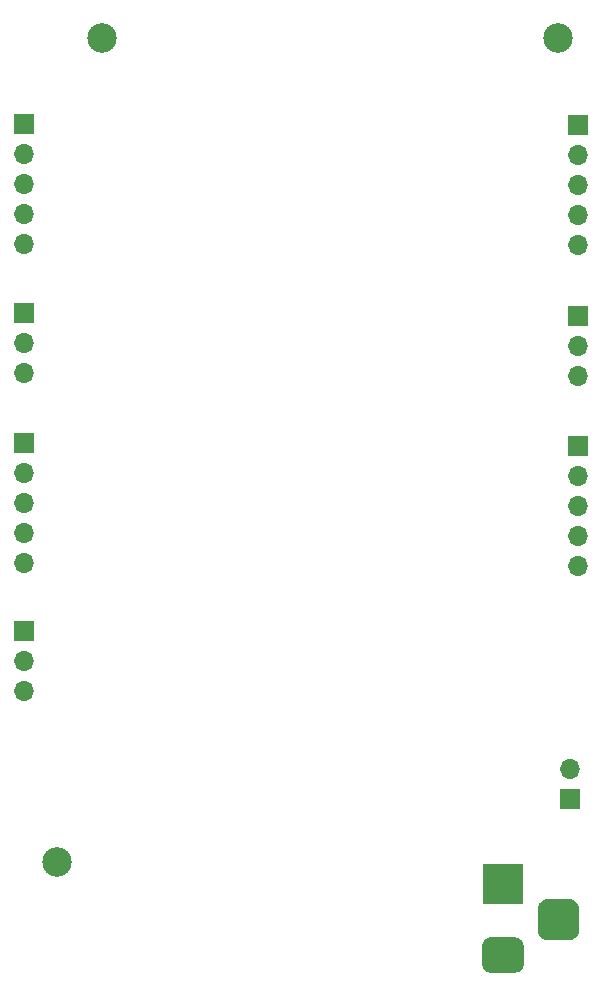
<source format=gbr>
G04 #@! TF.GenerationSoftware,KiCad,Pcbnew,5.1.5+dfsg1-2build2*
G04 #@! TF.CreationDate,2021-12-20T11:22:31-05:00*
G04 #@! TF.ProjectId,pro_SE_DCM,70726f5f-5345-45f4-9443-4d2e6b696361,rev?*
G04 #@! TF.SameCoordinates,Original*
G04 #@! TF.FileFunction,Soldermask,Bot*
G04 #@! TF.FilePolarity,Negative*
%FSLAX46Y46*%
G04 Gerber Fmt 4.6, Leading zero omitted, Abs format (unit mm)*
G04 Created by KiCad (PCBNEW 5.1.5+dfsg1-2build2) date 2021-12-20 11:22:31*
%MOMM*%
%LPD*%
G04 APERTURE LIST*
%ADD10C,2.500000*%
%ADD11R,1.700000X1.700000*%
%ADD12O,1.700000X1.700000*%
%ADD13R,3.500000X3.500000*%
%ADD14C,0.100000*%
G04 APERTURE END LIST*
D10*
X84709000Y-80899000D03*
X80899000Y-150622000D03*
X123317000Y-80899000D03*
D11*
X124333000Y-145288000D03*
D12*
X124333000Y-142748000D03*
D11*
X78105000Y-115189000D03*
D12*
X78105000Y-117729000D03*
X78105000Y-120269000D03*
X78105000Y-122809000D03*
X78105000Y-125349000D03*
X124968000Y-98425000D03*
X124968000Y-95885000D03*
X124968000Y-93345000D03*
X124968000Y-90805000D03*
D11*
X124968000Y-88265000D03*
D12*
X78105000Y-98298000D03*
X78105000Y-95758000D03*
X78105000Y-93218000D03*
X78105000Y-90678000D03*
D11*
X78105000Y-88138000D03*
D12*
X124968000Y-125603000D03*
X124968000Y-123063000D03*
X124968000Y-120523000D03*
X124968000Y-117983000D03*
D11*
X124968000Y-115443000D03*
D12*
X78105000Y-136144000D03*
X78105000Y-133604000D03*
D11*
X78105000Y-131064000D03*
D12*
X124968000Y-109474000D03*
X124968000Y-106934000D03*
D11*
X124968000Y-104394000D03*
D13*
X118618000Y-152527000D03*
D14*
G36*
X119691513Y-157030611D02*
G01*
X119764318Y-157041411D01*
X119835714Y-157059295D01*
X119905013Y-157084090D01*
X119971548Y-157115559D01*
X120034678Y-157153398D01*
X120093795Y-157197242D01*
X120148330Y-157246670D01*
X120197758Y-157301205D01*
X120241602Y-157360322D01*
X120279441Y-157423452D01*
X120310910Y-157489987D01*
X120335705Y-157559286D01*
X120353589Y-157630682D01*
X120364389Y-157703487D01*
X120368000Y-157777000D01*
X120368000Y-159277000D01*
X120364389Y-159350513D01*
X120353589Y-159423318D01*
X120335705Y-159494714D01*
X120310910Y-159564013D01*
X120279441Y-159630548D01*
X120241602Y-159693678D01*
X120197758Y-159752795D01*
X120148330Y-159807330D01*
X120093795Y-159856758D01*
X120034678Y-159900602D01*
X119971548Y-159938441D01*
X119905013Y-159969910D01*
X119835714Y-159994705D01*
X119764318Y-160012589D01*
X119691513Y-160023389D01*
X119618000Y-160027000D01*
X117618000Y-160027000D01*
X117544487Y-160023389D01*
X117471682Y-160012589D01*
X117400286Y-159994705D01*
X117330987Y-159969910D01*
X117264452Y-159938441D01*
X117201322Y-159900602D01*
X117142205Y-159856758D01*
X117087670Y-159807330D01*
X117038242Y-159752795D01*
X116994398Y-159693678D01*
X116956559Y-159630548D01*
X116925090Y-159564013D01*
X116900295Y-159494714D01*
X116882411Y-159423318D01*
X116871611Y-159350513D01*
X116868000Y-159277000D01*
X116868000Y-157777000D01*
X116871611Y-157703487D01*
X116882411Y-157630682D01*
X116900295Y-157559286D01*
X116925090Y-157489987D01*
X116956559Y-157423452D01*
X116994398Y-157360322D01*
X117038242Y-157301205D01*
X117087670Y-157246670D01*
X117142205Y-157197242D01*
X117201322Y-157153398D01*
X117264452Y-157115559D01*
X117330987Y-157084090D01*
X117400286Y-157059295D01*
X117471682Y-157041411D01*
X117544487Y-157030611D01*
X117618000Y-157027000D01*
X119618000Y-157027000D01*
X119691513Y-157030611D01*
G37*
G36*
X124278765Y-153781213D02*
G01*
X124363704Y-153793813D01*
X124446999Y-153814677D01*
X124527848Y-153843605D01*
X124605472Y-153880319D01*
X124679124Y-153924464D01*
X124748094Y-153975616D01*
X124811718Y-154033282D01*
X124869384Y-154096906D01*
X124920536Y-154165876D01*
X124964681Y-154239528D01*
X125001395Y-154317152D01*
X125030323Y-154398001D01*
X125051187Y-154481296D01*
X125063787Y-154566235D01*
X125068000Y-154652000D01*
X125068000Y-156402000D01*
X125063787Y-156487765D01*
X125051187Y-156572704D01*
X125030323Y-156655999D01*
X125001395Y-156736848D01*
X124964681Y-156814472D01*
X124920536Y-156888124D01*
X124869384Y-156957094D01*
X124811718Y-157020718D01*
X124748094Y-157078384D01*
X124679124Y-157129536D01*
X124605472Y-157173681D01*
X124527848Y-157210395D01*
X124446999Y-157239323D01*
X124363704Y-157260187D01*
X124278765Y-157272787D01*
X124193000Y-157277000D01*
X122443000Y-157277000D01*
X122357235Y-157272787D01*
X122272296Y-157260187D01*
X122189001Y-157239323D01*
X122108152Y-157210395D01*
X122030528Y-157173681D01*
X121956876Y-157129536D01*
X121887906Y-157078384D01*
X121824282Y-157020718D01*
X121766616Y-156957094D01*
X121715464Y-156888124D01*
X121671319Y-156814472D01*
X121634605Y-156736848D01*
X121605677Y-156655999D01*
X121584813Y-156572704D01*
X121572213Y-156487765D01*
X121568000Y-156402000D01*
X121568000Y-154652000D01*
X121572213Y-154566235D01*
X121584813Y-154481296D01*
X121605677Y-154398001D01*
X121634605Y-154317152D01*
X121671319Y-154239528D01*
X121715464Y-154165876D01*
X121766616Y-154096906D01*
X121824282Y-154033282D01*
X121887906Y-153975616D01*
X121956876Y-153924464D01*
X122030528Y-153880319D01*
X122108152Y-153843605D01*
X122189001Y-153814677D01*
X122272296Y-153793813D01*
X122357235Y-153781213D01*
X122443000Y-153777000D01*
X124193000Y-153777000D01*
X124278765Y-153781213D01*
G37*
D11*
X78105000Y-104140000D03*
D12*
X78105000Y-106680000D03*
X78105000Y-109220000D03*
M02*

</source>
